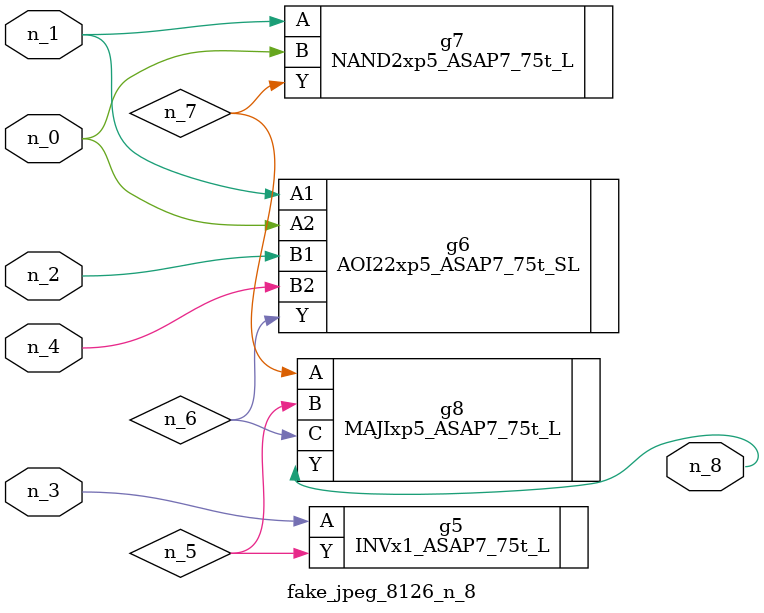
<source format=v>
module fake_jpeg_8126_n_8 (n_3, n_2, n_1, n_0, n_4, n_8);

input n_3;
input n_2;
input n_1;
input n_0;
input n_4;

output n_8;

wire n_6;
wire n_5;
wire n_7;

INVx1_ASAP7_75t_L g5 ( 
.A(n_3),
.Y(n_5)
);

AOI22xp5_ASAP7_75t_SL g6 ( 
.A1(n_1),
.A2(n_0),
.B1(n_2),
.B2(n_4),
.Y(n_6)
);

NAND2xp5_ASAP7_75t_L g7 ( 
.A(n_1),
.B(n_0),
.Y(n_7)
);

MAJIxp5_ASAP7_75t_L g8 ( 
.A(n_7),
.B(n_5),
.C(n_6),
.Y(n_8)
);


endmodule
</source>
